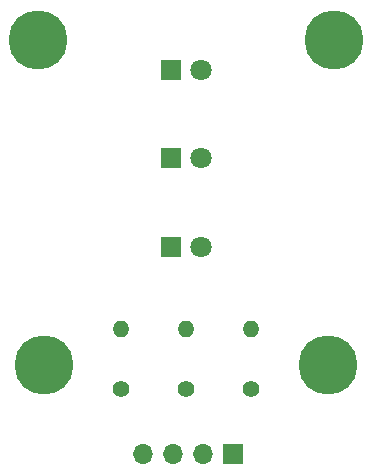
<source format=gbr>
%TF.GenerationSoftware,KiCad,Pcbnew,8.0.5*%
%TF.CreationDate,2024-12-18T16:59:37+03:00*%
%TF.ProjectId,Traffic_Light_For_Arduino,54726166-6669-4635-9f4c-696768745f46,V01*%
%TF.SameCoordinates,Original*%
%TF.FileFunction,Soldermask,Bot*%
%TF.FilePolarity,Negative*%
%FSLAX46Y46*%
G04 Gerber Fmt 4.6, Leading zero omitted, Abs format (unit mm)*
G04 Created by KiCad (PCBNEW 8.0.5) date 2024-12-18 16:59:37*
%MOMM*%
%LPD*%
G01*
G04 APERTURE LIST*
%ADD10C,1.400000*%
%ADD11O,1.400000X1.400000*%
%ADD12R,1.700000X1.700000*%
%ADD13O,1.700000X1.700000*%
%ADD14C,5.000000*%
%ADD15R,1.800000X1.800000*%
%ADD16C,1.800000*%
G04 APERTURE END LIST*
D10*
%TO.C,R3*%
X168000000Y-94540000D03*
D11*
X168000000Y-89460000D03*
%TD*%
D10*
%TO.C,R2*%
X162500000Y-94540000D03*
D11*
X162500000Y-89460000D03*
%TD*%
D10*
%TO.C,R1*%
X157000000Y-94540000D03*
D11*
X157000000Y-89460000D03*
%TD*%
D12*
%TO.C,J1*%
X166500000Y-100000000D03*
D13*
X163960000Y-100000000D03*
X161420000Y-100000000D03*
X158880000Y-100000000D03*
%TD*%
D14*
%TO.C,H4*%
X174500000Y-92500000D03*
%TD*%
%TO.C,H3*%
X150500000Y-92500000D03*
%TD*%
%TO.C,H2*%
X175000000Y-65000000D03*
%TD*%
%TO.C,H1*%
X150000000Y-65000000D03*
%TD*%
D15*
%TO.C,RED*%
X161225000Y-82500000D03*
D16*
X163765000Y-82500000D03*
%TD*%
D15*
%TO.C,ORANGE*%
X161225000Y-75000000D03*
D16*
X163765000Y-75000000D03*
%TD*%
D15*
%TO.C,GREEN*%
X161225000Y-67500000D03*
D16*
X163765000Y-67500000D03*
%TD*%
M02*

</source>
